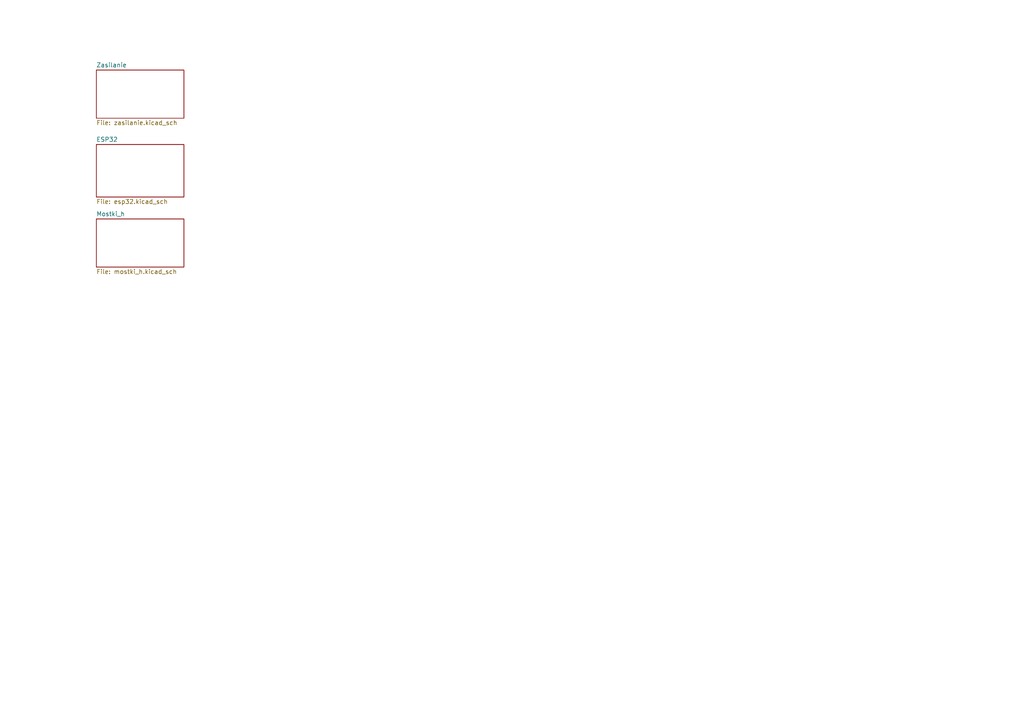
<source format=kicad_sch>
(kicad_sch (version 20230121) (generator eeschema)
  (paper "A4")
  (lib_symbols)
  (sheet (at 27.94 20.32) (size 25.4 13.97) (stroke (width 0.1524))
    (property "Sheetname" "Zasilanie" (at 27.94 19.6084 0) (effects (justify left bottom)))
    (property "Sheetfile" "zasilanie.kicad_sch" (at 27.94 34.8746 0) (effects (justify left top)))
  )
  (sheet (at 27.94 41.91) (size 25.4 15.24) (stroke (width 0.1524))
    (property "Sheetname" "ESP32" (at 27.94 41.1984 0) (effects (justify left bottom)))
    (property "Sheetfile" "esp32.kicad_sch" (at 27.94 57.7346 0) (effects (justify left top)))
  )
  (sheet (at 27.94 63.5) (size 25.4 13.97) (stroke (width 0.1524))
    (property "Sheetname" "Mostki_h" (at 27.94 62.7884 0) (effects (justify left bottom)))
    (property "Sheetfile" "mostki_h.kicad_sch" (at 27.94 78.0546 0) (effects (justify left top)))
  )
)
</source>
